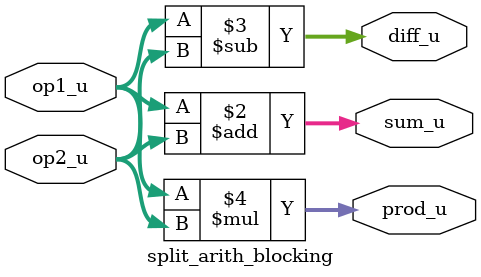
<source format=sv>
module split_arith_blocking (
    output logic [7:0] sum_u,
    output logic [7:0] diff_u,
    output logic [7:0] prod_u,
    input logic [7:0] op1_u,
    input logic [7:0] op2_u
);
    always @(*) begin
        sum_u = op1_u + op2_u;
        diff_u = op1_u - op2_u;
        prod_u = op1_u * op2_u;
    end
endmodule


</source>
